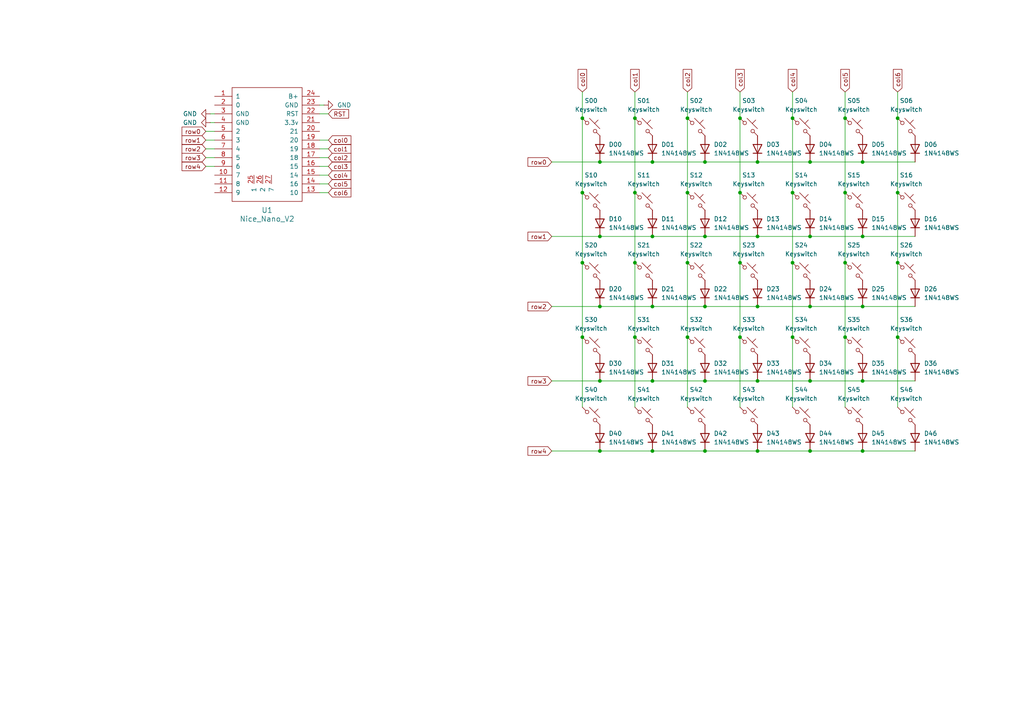
<source format=kicad_sch>
(kicad_sch (version 20231120) (generator "eeschema") (generator_version "8.0")
  (paper "A4")
  (lib_symbols
    (symbol "Diode:1N4148WS" (pin_numbers hide) (pin_names hide)
      (property "Reference" "D" (at 0 2.54 0))
      (property "Value" "1N4148WS" (at 0 -2.54 0))
      (symbol "1N4148WS_0_1"
        (polyline (pts (xy -1.27 1.27) (xy -1.27 -1.27)) (stroke (width 0.254)))
        (polyline (pts (xy 1.27 0) (xy -1.27 0)))
        (polyline (pts (xy 1.27 1.27) (xy 1.27 -1.27) (xy -1.27 0) (xy 1.27 1.27)) (stroke (width 0.254)))
      )
      (symbol "1N4148WS_1_1"
        (pin passive line (at -3.81 0 0) (length 2.54) (name "K") (number "1"))
        (pin passive line (at 3.81 0 180) (length 2.54) (name "A") (number "2"))
      )
    )
    (symbol "ScottoKeebs:MCU_Nice_Nano_V2" (pin_names (offset 1.016))
      (property "Reference" "U" (at 0 0 0))
      (property "Value" "Nice_Nano_V2" (at 0 -19.05 0))
      (symbol "MCU_Nice_Nano_V2_0_1"
        (rectangle (start -10.16 16.51) (end 10.16 -16.51))
      )
      (symbol "MCU_Nice_Nano_V2_1_1"
        (pin input line (at -15.24 13.97 0) (length 5.08) (name "1") (number "1"))
        (pin input line (at -15.24 -8.89 0) (length 5.08) (name "7") (number "10"))
        (pin input line (at -15.24 -11.43 0) (length 5.08) (name "8") (number "11"))
        (pin input line (at -15.24 -13.97 0) (length 5.08) (name "9") (number "12"))
        (pin input line (at 15.24 -13.97 180) (length 5.08) (name "10") (number "13"))
        (pin input line (at 15.24 -11.43 180) (length 5.08) (name "16") (number "14"))
        (pin input line (at 15.24 -8.89 180) (length 5.08) (name "14") (number "15"))
        (pin input line (at 15.24 -6.35 180) (length 5.08) (name "15") (number "16"))
        (pin input line (at 15.24 -3.81 180) (length 5.08) (name "18") (number "17"))
        (pin input line (at 15.24 -1.27 180) (length 5.08) (name "19") (number "18"))
        (pin input line (at 15.24 1.27 180) (length 5.08) (name "20") (number "19"))
        (pin input line (at -15.24 11.43 0) (length 5.08) (name "0") (number "2"))
        (pin input line (at 15.24 3.81 180) (length 5.08) (name "21") (number "20"))
        (pin input line (at 15.24 6.35 180) (length 5.08) (name "3.3v") (number "21"))
        (pin input line (at 15.24 8.89 180) (length 5.08) (name "RST") (number "22"))
        (pin input line (at 15.24 11.43 180) (length 5.08) (name "GND") (number "23"))
        (pin input line (at 15.24 13.97 180) (length 5.08) (name "B+") (number "24"))
        (pin input line (at -3.81 -8.89 270) (length 2.5) (name "1") (number "25"))
        (pin input line (at -1.27 -8.89 270) (length 2.5) (name "2") (number "26"))
        (pin input line (at 1.27 -8.89 270) (length 2.5) (name "7") (number "27"))
        (pin input line (at -15.24 8.89 0) (length 5.08) (name "GND") (number "3"))
        (pin input line (at -15.24 6.35 0) (length 5.08) (name "GND") (number "4"))
        (pin input line (at -15.24 3.81 0) (length 5.08) (name "2") (number "5"))
        (pin input line (at -15.24 1.27 0) (length 5.08) (name "3") (number "6"))
        (pin input line (at -15.24 -1.27 0) (length 5.08) (name "4") (number "7"))
        (pin input line (at -15.24 -3.81 0) (length 5.08) (name "5") (number "8"))
        (pin input line (at -15.24 -6.35 0) (length 5.08) (name "6") (number "9"))
      )
    )
    (symbol "ScottoKeebs:Placeholder_Keyswitch" (pin_numbers hide) (pin_names (offset 1.016) hide)
      (property "Reference" "S" (at 3.048 1.016 0))
      (property "Value" "Keyswitch" (at 0 -3.81 0))
      (symbol "Placeholder_Keyswitch_0_1"
        (circle (center -1.1684 1.1684) (radius 0.508))
        (polyline (pts (xy -0.508 2.54) (xy 2.54 -0.508)))
        (polyline (pts (xy 1.016 1.016) (xy 2.032 2.032)))
        (polyline (pts (xy -2.54 2.54) (xy -1.524 1.524) (xy -1.524 1.524)))
        (polyline (pts (xy 1.524 -1.524) (xy 2.54 -2.54) (xy 2.54 -2.54) (xy 2.54 -2.54)))
        (circle (center 1.143 -1.1938) (radius 0.508))
        (pin passive line (at -2.54 2.54 0) (length 0) (name "1") (number "1"))
        (pin passive line (at 2.54 -2.54 180) (length 0) (name "2") (number "2"))
      )
    )
    (symbol "power:GND1" (power) (pin_numbers hide) (pin_names (offset 0) hide)
      (property "Value" "GND1" (at 0 -3.81 0))
      (symbol "GND1_0_1"
        (polyline (pts (xy 0 0) (xy 0 -1.27) (xy 1.27 -1.27) (xy 0 -2.54) (xy -1.27 -1.27) (xy 0 -1.27)))
      )
      (symbol "GND1_1_1"
        (pin power_in line (at 0 0 270) (length 0) (name "~") (number "1"))
      )
    )
  )
  (junction (at 219.71 110.49))
  (junction (at 173.99 88.9))
  (junction (at 229.87 97.79))
  (junction (at 260.35 55.88))
  (junction (at 204.47 68.58))
  (junction (at 219.71 68.58))
  (junction (at 229.87 76.2))
  (junction (at 245.11 97.79))
  (junction (at 189.23 46.99))
  (junction (at 250.19 110.49))
  (junction (at 189.23 130.81))
  (junction (at 234.95 88.9))
  (junction (at 229.87 55.88))
  (junction (at 245.11 76.2))
  (junction (at 245.11 55.88))
  (junction (at 173.99 46.99))
  (junction (at 168.91 76.2))
  (junction (at 219.71 130.81))
  (junction (at 168.91 55.88))
  (junction (at 189.23 110.49))
  (junction (at 229.87 34.29))
  (junction (at 204.47 130.81))
  (junction (at 173.99 68.58))
  (junction (at 189.23 68.58))
  (junction (at 214.63 76.2))
  (junction (at 173.99 130.81))
  (junction (at 204.47 110.49))
  (junction (at 234.95 46.99))
  (junction (at 214.63 97.79))
  (junction (at 184.15 55.88))
  (junction (at 260.35 34.29))
  (junction (at 199.39 55.88))
  (junction (at 234.95 68.58))
  (junction (at 245.11 34.29))
  (junction (at 204.47 46.99))
  (junction (at 219.71 46.99))
  (junction (at 173.99 110.49))
  (junction (at 168.91 97.79))
  (junction (at 250.19 130.81))
  (junction (at 250.19 68.58))
  (junction (at 219.71 88.9))
  (junction (at 214.63 34.29))
  (junction (at 199.39 34.29))
  (junction (at 250.19 88.9))
  (junction (at 250.19 46.99))
  (junction (at 168.91 34.29))
  (junction (at 234.95 130.81))
  (junction (at 214.63 55.88))
  (junction (at 189.23 88.9))
  (junction (at 234.95 110.49))
  (junction (at 184.15 97.79))
  (junction (at 260.35 97.79))
  (junction (at 204.47 88.9))
  (junction (at 260.35 76.2))
  (junction (at 199.39 97.79))
  (junction (at 184.15 76.2))
  (junction (at 184.15 34.29))
  (junction (at 199.39 76.2))
  (wire (pts (xy 245.11 34.29) (xy 245.11 55.88)))
  (wire (pts (xy 260.35 55.88) (xy 260.35 76.2)))
  (wire (pts (xy 250.19 130.81) (xy 265.43 130.81)))
  (wire (pts (xy 95.25 45.72) (xy 92.71 45.72)))
  (wire (pts (xy 245.11 55.88) (xy 245.11 76.2)))
  (wire (pts (xy 184.15 34.29) (xy 184.15 55.88)))
  (wire (pts (xy 59.69 45.72) (xy 62.23 45.72)))
  (wire (pts (xy 250.19 110.49) (xy 265.43 110.49)))
  (wire (pts (xy 204.47 110.49) (xy 219.71 110.49)))
  (wire (pts (xy 229.87 26.67) (xy 229.87 34.29)))
  (wire (pts (xy 219.71 110.49) (xy 234.95 110.49)))
  (wire (pts (xy 199.39 34.29) (xy 199.39 55.88)))
  (wire (pts (xy 168.91 76.2) (xy 168.91 97.79)))
  (wire (pts (xy 189.23 88.9) (xy 204.47 88.9)))
  (wire (pts (xy 214.63 76.2) (xy 214.63 97.79)))
  (wire (pts (xy 168.91 97.79) (xy 168.91 118.11)))
  (wire (pts (xy 245.11 26.67) (xy 245.11 34.29)))
  (wire (pts (xy 184.15 97.79) (xy 184.15 118.11)))
  (wire (pts (xy 199.39 97.79) (xy 199.39 118.11)))
  (wire (pts (xy 229.87 34.29) (xy 229.87 55.88)))
  (wire (pts (xy 229.87 97.79) (xy 229.87 118.11)))
  (wire (pts (xy 160.02 68.58) (xy 173.99 68.58)))
  (wire (pts (xy 60.96 33.02) (xy 62.23 33.02)))
  (wire (pts (xy 260.35 34.29) (xy 260.35 55.88)))
  (wire (pts (xy 168.91 34.29) (xy 168.91 55.88)))
  (wire (pts (xy 59.69 48.26) (xy 62.23 48.26)))
  (wire (pts (xy 219.71 46.99) (xy 234.95 46.99)))
  (wire (pts (xy 93.98 30.48) (xy 92.71 30.48)))
  (wire (pts (xy 199.39 76.2) (xy 199.39 97.79)))
  (wire (pts (xy 204.47 130.81) (xy 219.71 130.81)))
  (wire (pts (xy 168.91 26.67) (xy 168.91 34.29)))
  (wire (pts (xy 59.69 40.64) (xy 62.23 40.64)))
  (wire (pts (xy 260.35 76.2) (xy 260.35 97.79)))
  (wire (pts (xy 95.25 48.26) (xy 92.71 48.26)))
  (wire (pts (xy 260.35 97.79) (xy 260.35 118.11)))
  (wire (pts (xy 250.19 68.58) (xy 265.43 68.58)))
  (wire (pts (xy 250.19 88.9) (xy 265.43 88.9)))
  (wire (pts (xy 229.87 55.88) (xy 229.87 76.2)))
  (wire (pts (xy 184.15 76.2) (xy 184.15 97.79)))
  (wire (pts (xy 219.71 68.58) (xy 234.95 68.58)))
  (wire (pts (xy 199.39 26.67) (xy 199.39 34.29)))
  (wire (pts (xy 95.25 43.18) (xy 92.71 43.18)))
  (wire (pts (xy 60.96 35.56) (xy 62.23 35.56)))
  (wire (pts (xy 173.99 88.9) (xy 189.23 88.9)))
  (wire (pts (xy 229.87 76.2) (xy 229.87 97.79)))
  (wire (pts (xy 219.71 130.81) (xy 234.95 130.81)))
  (wire (pts (xy 260.35 26.67) (xy 260.35 34.29)))
  (wire (pts (xy 219.71 88.9) (xy 234.95 88.9)))
  (wire (pts (xy 189.23 46.99) (xy 204.47 46.99)))
  (wire (pts (xy 59.69 43.18) (xy 62.23 43.18)))
  (wire (pts (xy 189.23 110.49) (xy 204.47 110.49)))
  (wire (pts (xy 173.99 110.49) (xy 189.23 110.49)))
  (wire (pts (xy 160.02 130.81) (xy 173.99 130.81)))
  (wire (pts (xy 160.02 46.99) (xy 173.99 46.99)))
  (wire (pts (xy 234.95 110.49) (xy 250.19 110.49)))
  (wire (pts (xy 204.47 46.99) (xy 219.71 46.99)))
  (wire (pts (xy 168.91 55.88) (xy 168.91 76.2)))
  (wire (pts (xy 95.25 50.8) (xy 92.71 50.8)))
  (wire (pts (xy 160.02 110.49) (xy 173.99 110.49)))
  (wire (pts (xy 204.47 68.58) (xy 219.71 68.58)))
  (wire (pts (xy 173.99 68.58) (xy 189.23 68.58)))
  (wire (pts (xy 189.23 68.58) (xy 204.47 68.58)))
  (wire (pts (xy 184.15 26.67) (xy 184.15 34.29)))
  (wire (pts (xy 59.69 38.1) (xy 62.23 38.1)))
  (wire (pts (xy 199.39 55.88) (xy 199.39 76.2)))
  (wire (pts (xy 250.19 46.99) (xy 265.43 46.99)))
  (wire (pts (xy 214.63 97.79) (xy 214.63 118.11)))
  (wire (pts (xy 184.15 55.88) (xy 184.15 76.2)))
  (wire (pts (xy 214.63 34.29) (xy 214.63 55.88)))
  (wire (pts (xy 214.63 55.88) (xy 214.63 76.2)))
  (wire (pts (xy 173.99 46.99) (xy 189.23 46.99)))
  (wire (pts (xy 234.95 68.58) (xy 250.19 68.58)))
  (wire (pts (xy 234.95 88.9) (xy 250.19 88.9)))
  (wire (pts (xy 95.25 33.02) (xy 92.71 33.02)))
  (wire (pts (xy 189.23 130.81) (xy 204.47 130.81)))
  (wire (pts (xy 245.11 97.79) (xy 245.11 118.11)))
  (wire (pts (xy 95.25 55.88) (xy 92.71 55.88)))
  (wire (pts (xy 95.25 53.34) (xy 92.71 53.34)))
  (wire (pts (xy 234.95 46.99) (xy 250.19 46.99)))
  (wire (pts (xy 214.63 26.67) (xy 214.63 34.29)))
  (wire (pts (xy 204.47 88.9) (xy 219.71 88.9)))
  (wire (pts (xy 234.95 130.81) (xy 250.19 130.81)))
  (wire (pts (xy 95.25 40.64) (xy 92.71 40.64)))
  (wire (pts (xy 160.02 88.9) (xy 173.99 88.9)))
  (wire (pts (xy 173.99 130.81) (xy 189.23 130.81)))
  (wire (pts (xy 245.11 76.2) (xy 245.11 97.79)))
  (global_label "col4" (shape input) (at 95.25 50.8 0) (property "Intersheetrefs" "${INTERSHEET_REFS}" (effects (hide yes))))
  (global_label "col2" (shape input) (at 199.39 26.67 90) (property "Intersheetrefs" "${INTERSHEET_REFS}" (effects (hide yes))))
  (global_label "col5" (shape input) (at 245.11 26.67 90) (property "Intersheetrefs" "${INTERSHEET_REFS}" (effects (hide yes))))
  (global_label "row4" (shape input) (at 59.69 48.26 180) (property "Intersheetrefs" "${INTERSHEET_REFS}" (effects (hide yes))))
  (global_label "col3" (shape input) (at 95.25 48.26 0) (property "Intersheetrefs" "${INTERSHEET_REFS}" (effects (hide yes))))
  (global_label "col2" (shape input) (at 95.25 45.72 0) (property "Intersheetrefs" "${INTERSHEET_REFS}" (effects (hide yes))))
  (global_label "col1" (shape input) (at 95.25 43.18 0) (property "Intersheetrefs" "${INTERSHEET_REFS}" (effects (hide yes))))
  (global_label "row1" (shape input) (at 160.02 68.58 180) (property "Intersheetrefs" "${INTERSHEET_REFS}" (effects (hide yes))))
  (global_label "col0" (shape input) (at 168.91 26.67 90) (property "Intersheetrefs" "${INTERSHEET_REFS}" (effects (hide yes))))
  (global_label "row0" (shape input) (at 59.69 38.1 180) (property "Intersheetrefs" "${INTERSHEET_REFS}" (effects (hide yes))))
  (global_label "col1" (shape input) (at 184.15 26.67 90) (property "Intersheetrefs" "${INTERSHEET_REFS}" (effects (hide yes))))
  (global_label "col6" (shape input) (at 260.35 26.67 90) (property "Intersheetrefs" "${INTERSHEET_REFS}" (effects (hide yes))))
  (global_label "row4" (shape input) (at 160.02 130.81 180) (property "Intersheetrefs" "${INTERSHEET_REFS}" (effects (hide yes))))
  (global_label "col6" (shape input) (at 95.25 55.88 0) (property "Intersheetrefs" "${INTERSHEET_REFS}" (effects (hide yes))))
  (global_label "row3" (shape input) (at 59.69 45.72 180) (property "Intersheetrefs" "${INTERSHEET_REFS}" (effects (hide yes))))
  (global_label "row3" (shape input) (at 160.02 110.49 180) (property "Intersheetrefs" "${INTERSHEET_REFS}" (effects (hide yes))))
  (global_label "row2" (shape input) (at 160.02 88.9 180) (property "Intersheetrefs" "${INTERSHEET_REFS}" (effects (hide yes))))
  (global_label "row0" (shape input) (at 160.02 46.99 180) (property "Intersheetrefs" "${INTERSHEET_REFS}" (effects (hide yes))))
  (global_label "row2" (shape input) (at 59.69 43.18 180) (property "Intersheetrefs" "${INTERSHEET_REFS}" (effects (hide yes))))
  (global_label "col3" (shape input) (at 214.63 26.67 90) (property "Intersheetrefs" "${INTERSHEET_REFS}" (effects (hide yes))))
  (global_label "col4" (shape input) (at 229.87 26.67 90) (property "Intersheetrefs" "${INTERSHEET_REFS}" (effects (hide yes))))
  (global_label "col0" (shape input) (at 95.25 40.64 0) (property "Intersheetrefs" "${INTERSHEET_REFS}" (effects (hide yes))))
  (global_label "col5" (shape input) (at 95.25 53.34 0) (property "Intersheetrefs" "${INTERSHEET_REFS}" (effects (hide yes))))
  (global_label "row1" (shape input) (at 59.69 40.64 180) (property "Intersheetrefs" "${INTERSHEET_REFS}" (effects (hide yes))))
  (global_label "RST" (shape input) (at 95.25 33.02 0) (property "Intersheetrefs" "${INTERSHEET_REFS}" (effects (hide yes))))
  (symbol (lib_id "Diode:1N4148WS") (at 234.95 43.18 90) (unit 1)
    (property "Reference" "D04" (at 237.49 41.9099 90) (effects (justify right)))
    (property "Value" "1N4148WS" (at 237.49 44.4499 90) (effects (justify right)))
    (property "Footprint" "Diode_SMD:D_SOD-323" (effects (hide yes)))
    (property "Datasheet" "https://www.vishay.com/docs/85751/1n4148ws.pdf" (effects (hide yes)))
    (property "Description" "75V 0.15A Fast switching Diode, SOD-323" (effects (hide yes)))
    (property "Sim.Device" "D" (effects (hide yes)))
    (property "Sim.Pins" "1=K 2=A" (effects (hide yes)))
  )
  (symbol (lib_id "ScottoKeebs:Placeholder_Keyswitch") (at 247.65 36.83 0) (unit 1)
    (property "Reference" "S05" (at 247.65 29.21 0))
    (property "Value" "Keyswitch" (at 247.65 31.75 0))
    (property "Description" "Push button switch, normally open, two pins, 45° tilted" (effects (hide yes)))
  )
  (symbol (lib_id "ScottoKeebs:Placeholder_Keyswitch") (at 201.93 100.33 0) (unit 1)
    (property "Reference" "S32" (at 201.93 92.71 0))
    (property "Value" "Keyswitch" (at 201.93 95.25 0))
    (property "Description" "Push button switch, normally open, two pins, 45° tilted" (effects (hide yes)))
  )
  (symbol (lib_id "Diode:1N4148WS") (at 234.95 127 90) (unit 1)
    (property "Reference" "D44" (at 237.49 125.7299 90) (effects (justify right)))
    (property "Value" "1N4148WS" (at 237.49 128.2699 90) (effects (justify right)))
    (property "Footprint" "Diode_SMD:D_SOD-323" (effects (hide yes)))
    (property "Datasheet" "https://www.vishay.com/docs/85751/1n4148ws.pdf" (effects (hide yes)))
    (property "Description" "75V 0.15A Fast switching Diode, SOD-323" (effects (hide yes)))
    (property "Sim.Device" "D" (effects (hide yes)))
    (property "Sim.Pins" "1=K 2=A" (effects (hide yes)))
  )
  (symbol (lib_id "Diode:1N4148WS") (at 173.99 64.77 90) (unit 1)
    (property "Reference" "D10" (at 176.53 63.4999 90) (effects (justify right)))
    (property "Value" "1N4148WS" (at 176.53 66.0399 90) (effects (justify right)))
    (property "Footprint" "Diode_SMD:D_SOD-323" (effects (hide yes)))
    (property "Datasheet" "https://www.vishay.com/docs/85751/1n4148ws.pdf" (effects (hide yes)))
    (property "Description" "75V 0.15A Fast switching Diode, SOD-323" (effects (hide yes)))
    (property "Sim.Device" "D" (effects (hide yes)))
    (property "Sim.Pins" "1=K 2=A" (effects (hide yes)))
  )
  (symbol (lib_id "ScottoKeebs:Placeholder_Keyswitch") (at 171.45 100.33 0) (unit 1)
    (property "Reference" "S30" (at 171.45 92.71 0))
    (property "Value" "Keyswitch" (at 171.45 95.25 0))
    (property "Description" "Push button switch, normally open, two pins, 45° tilted" (effects (hide yes)))
  )
  (symbol (lib_id "Diode:1N4148WS") (at 265.43 64.77 90) (unit 1)
    (property "Reference" "D16" (at 267.97 63.4999 90) (effects (justify right)))
    (property "Value" "1N4148WS" (at 267.97 66.0399 90) (effects (justify right)))
    (property "Footprint" "Diode_SMD:D_SOD-323" (effects (hide yes)))
    (property "Datasheet" "https://www.vishay.com/docs/85751/1n4148ws.pdf" (effects (hide yes)))
    (property "Description" "75V 0.15A Fast switching Diode, SOD-323" (effects (hide yes)))
    (property "Sim.Device" "D" (effects (hide yes)))
    (property "Sim.Pins" "1=K 2=A" (effects (hide yes)))
  )
  (symbol (lib_id "Diode:1N4148WS") (at 234.95 85.09 90) (unit 1)
    (property "Reference" "D24" (at 237.49 83.8199 90) (effects (justify right)))
    (property "Value" "1N4148WS" (at 237.49 86.3599 90) (effects (justify right)))
    (property "Footprint" "Diode_SMD:D_SOD-323" (effects (hide yes)))
    (property "Datasheet" "https://www.vishay.com/docs/85751/1n4148ws.pdf" (effects (hide yes)))
    (property "Description" "75V 0.15A Fast switching Diode, SOD-323" (effects (hide yes)))
    (property "Sim.Device" "D" (effects (hide yes)))
    (property "Sim.Pins" "1=K 2=A" (effects (hide yes)))
  )
  (symbol (lib_id "ScottoKeebs:Placeholder_Keyswitch") (at 232.41 78.74 0) (unit 1)
    (property "Reference" "S24" (at 232.41 71.12 0))
    (property "Value" "Keyswitch" (at 232.41 73.66 0))
    (property "Description" "Push button switch, normally open, two pins, 45° tilted" (effects (hide yes)))
  )
  (symbol (lib_id "Diode:1N4148WS") (at 250.19 43.18 90) (unit 1)
    (property "Reference" "D05" (at 252.73 41.9099 90) (effects (justify right)))
    (property "Value" "1N4148WS" (at 252.73 44.4499 90) (effects (justify right)))
    (property "Footprint" "Diode_SMD:D_SOD-323" (effects (hide yes)))
    (property "Datasheet" "https://www.vishay.com/docs/85751/1n4148ws.pdf" (effects (hide yes)))
    (property "Description" "75V 0.15A Fast switching Diode, SOD-323" (effects (hide yes)))
    (property "Sim.Device" "D" (effects (hide yes)))
    (property "Sim.Pins" "1=K 2=A" (effects (hide yes)))
  )
  (symbol (lib_id "ScottoKeebs:Placeholder_Keyswitch") (at 217.17 120.65 0) (unit 1)
    (property "Reference" "S43" (at 217.17 113.03 0))
    (property "Value" "Keyswitch" (at 217.17 115.57 0))
    (property "Description" "Push button switch, normally open, two pins, 45° tilted" (effects (hide yes)))
  )
  (symbol (lib_id "ScottoKeebs:Placeholder_Keyswitch") (at 201.93 58.42 0) (unit 1)
    (property "Reference" "S12" (at 201.93 50.8 0))
    (property "Value" "Keyswitch" (at 201.93 53.34 0))
    (property "Description" "Push button switch, normally open, two pins, 45° tilted" (effects (hide yes)))
  )
  (symbol (lib_id "Diode:1N4148WS") (at 204.47 127 90) (unit 1)
    (property "Reference" "D42" (at 207.01 125.7299 90) (effects (justify right)))
    (property "Value" "1N4148WS" (at 207.01 128.2699 90) (effects (justify right)))
    (property "Footprint" "Diode_SMD:D_SOD-323" (effects (hide yes)))
    (property "Datasheet" "https://www.vishay.com/docs/85751/1n4148ws.pdf" (effects (hide yes)))
    (property "Description" "75V 0.15A Fast switching Diode, SOD-323" (effects (hide yes)))
    (property "Sim.Device" "D" (effects (hide yes)))
    (property "Sim.Pins" "1=K 2=A" (effects (hide yes)))
  )
  (symbol (lib_id "power:GND1") (at 60.96 35.56 270) (unit 1)
    (property "Reference" "#PWR03" (effects (hide yes)))
    (property "Value" "GND" (at 57.15 35.5599 90) (effects (justify right)))
    (property "Description" "Power symbol creates a global label with name \"GND1\" , ground" (effects (hide yes)))
  )
  (symbol (lib_id "Diode:1N4148WS") (at 204.47 64.77 90) (unit 1)
    (property "Reference" "D12" (at 207.01 63.4999 90) (effects (justify right)))
    (property "Value" "1N4148WS" (at 207.01 66.0399 90) (effects (justify right)))
    (property "Footprint" "Diode_SMD:D_SOD-323" (effects (hide yes)))
    (property "Datasheet" "https://www.vishay.com/docs/85751/1n4148ws.pdf" (effects (hide yes)))
    (property "Description" "75V 0.15A Fast switching Diode, SOD-323" (effects (hide yes)))
    (property "Sim.Device" "D" (effects (hide yes)))
    (property "Sim.Pins" "1=K 2=A" (effects (hide yes)))
  )
  (symbol (lib_id "ScottoKeebs:Placeholder_Keyswitch") (at 186.69 100.33 0) (unit 1)
    (property "Reference" "S31" (at 186.69 92.71 0))
    (property "Value" "Keyswitch" (at 186.69 95.25 0))
    (property "Description" "Push button switch, normally open, two pins, 45° tilted" (effects (hide yes)))
  )
  (symbol (lib_id "Diode:1N4148WS") (at 219.71 64.77 90) (unit 1)
    (property "Reference" "D13" (at 222.25 63.4999 90) (effects (justify right)))
    (property "Value" "1N4148WS" (at 222.25 66.0399 90) (effects (justify right)))
    (property "Footprint" "Diode_SMD:D_SOD-323" (effects (hide yes)))
    (property "Datasheet" "https://www.vishay.com/docs/85751/1n4148ws.pdf" (effects (hide yes)))
    (property "Description" "75V 0.15A Fast switching Diode, SOD-323" (effects (hide yes)))
    (property "Sim.Device" "D" (effects (hide yes)))
    (property "Sim.Pins" "1=K 2=A" (effects (hide yes)))
  )
  (symbol (lib_id "ScottoKeebs:Placeholder_Keyswitch") (at 186.69 58.42 0) (unit 1)
    (property "Reference" "S11" (at 186.69 50.8 0))
    (property "Value" "Keyswitch" (at 186.69 53.34 0))
    (property "Description" "Push button switch, normally open, two pins, 45° tilted" (effects (hide yes)))
  )
  (symbol (lib_id "Diode:1N4148WS") (at 219.71 127 90) (unit 1)
    (property "Reference" "D43" (at 222.25 125.7299 90) (effects (justify right)))
    (property "Value" "1N4148WS" (at 222.25 128.2699 90) (effects (justify right)))
    (property "Footprint" "Diode_SMD:D_SOD-323" (effects (hide yes)))
    (property "Datasheet" "https://www.vishay.com/docs/85751/1n4148ws.pdf" (effects (hide yes)))
    (property "Description" "75V 0.15A Fast switching Diode, SOD-323" (effects (hide yes)))
    (property "Sim.Device" "D" (effects (hide yes)))
    (property "Sim.Pins" "1=K 2=A" (effects (hide yes)))
  )
  (symbol (lib_id "Diode:1N4148WS") (at 219.71 85.09 90) (unit 1)
    (property "Reference" "D23" (at 222.25 83.8199 90) (effects (justify right)))
    (property "Value" "1N4148WS" (at 222.25 86.3599 90) (effects (justify right)))
    (property "Footprint" "Diode_SMD:D_SOD-323" (effects (hide yes)))
    (property "Datasheet" "https://www.vishay.com/docs/85751/1n4148ws.pdf" (effects (hide yes)))
    (property "Description" "75V 0.15A Fast switching Diode, SOD-323" (effects (hide yes)))
    (property "Sim.Device" "D" (effects (hide yes)))
    (property "Sim.Pins" "1=K 2=A" (effects (hide yes)))
  )
  (symbol (lib_id "Diode:1N4148WS") (at 250.19 64.77 90) (unit 1)
    (property "Reference" "D15" (at 252.73 63.4999 90) (effects (justify right)))
    (property "Value" "1N4148WS" (at 252.73 66.0399 90) (effects (justify right)))
    (property "Footprint" "Diode_SMD:D_SOD-323" (effects (hide yes)))
    (property "Datasheet" "https://www.vishay.com/docs/85751/1n4148ws.pdf" (effects (hide yes)))
    (property "Description" "75V 0.15A Fast switching Diode, SOD-323" (effects (hide yes)))
    (property "Sim.Device" "D" (effects (hide yes)))
    (property "Sim.Pins" "1=K 2=A" (effects (hide yes)))
  )
  (symbol (lib_id "ScottoKeebs:Placeholder_Keyswitch") (at 262.89 120.65 0) (unit 1)
    (property "Reference" "S46" (at 262.89 113.03 0))
    (property "Value" "Keyswitch" (at 262.89 115.57 0))
    (property "Description" "Push button switch, normally open, two pins, 45° tilted" (effects (hide yes)))
  )
  (symbol (lib_id "ScottoKeebs:Placeholder_Keyswitch") (at 201.93 78.74 0) (unit 1)
    (property "Reference" "S22" (at 201.93 71.12 0))
    (property "Value" "Keyswitch" (at 201.93 73.66 0))
    (property "Description" "Push button switch, normally open, two pins, 45° tilted" (effects (hide yes)))
  )
  (symbol (lib_id "ScottoKeebs:Placeholder_Keyswitch") (at 186.69 120.65 0) (unit 1)
    (property "Reference" "S41" (at 186.69 113.03 0))
    (property "Value" "Keyswitch" (at 186.69 115.57 0))
    (property "Description" "Push button switch, normally open, two pins, 45° tilted" (effects (hide yes)))
  )
  (symbol (lib_id "ScottoKeebs:Placeholder_Keyswitch") (at 232.41 58.42 0) (unit 1)
    (property "Reference" "S14" (at 232.41 50.8 0))
    (property "Value" "Keyswitch" (at 232.41 53.34 0))
    (property "Description" "Push button switch, normally open, two pins, 45° tilted" (effects (hide yes)))
  )
  (symbol (lib_id "ScottoKeebs:Placeholder_Keyswitch") (at 247.65 100.33 0) (unit 1)
    (property "Reference" "S35" (at 247.65 92.71 0))
    (property "Value" "Keyswitch" (at 247.65 95.25 0))
    (property "Description" "Push button switch, normally open, two pins, 45° tilted" (effects (hide yes)))
  )
  (symbol (lib_id "ScottoKeebs:Placeholder_Keyswitch") (at 247.65 120.65 0) (unit 1)
    (property "Reference" "S45" (at 247.65 113.03 0))
    (property "Value" "Keyswitch" (at 247.65 115.57 0))
    (property "Description" "Push button switch, normally open, two pins, 45° tilted" (effects (hide yes)))
  )
  (symbol (lib_id "ScottoKeebs:Placeholder_Keyswitch") (at 217.17 100.33 0) (unit 1)
    (property "Reference" "S33" (at 217.17 92.71 0))
    (property "Value" "Keyswitch" (at 217.17 95.25 0))
    (property "Description" "Push button switch, normally open, two pins, 45° tilted" (effects (hide yes)))
  )
  (symbol (lib_id "Diode:1N4148WS") (at 265.43 43.18 90) (unit 1)
    (property "Reference" "D06" (at 267.97 41.9099 90) (effects (justify right)))
    (property "Value" "1N4148WS" (at 267.97 44.4499 90) (effects (justify right)))
    (property "Footprint" "Diode_SMD:D_SOD-323" (effects (hide yes)))
    (property "Datasheet" "https://www.vishay.com/docs/85751/1n4148ws.pdf" (effects (hide yes)))
    (property "Description" "75V 0.15A Fast switching Diode, SOD-323" (effects (hide yes)))
    (property "Sim.Device" "D" (effects (hide yes)))
    (property "Sim.Pins" "1=K 2=A" (effects (hide yes)))
  )
  (symbol (lib_id "ScottoKeebs:Placeholder_Keyswitch") (at 171.45 120.65 0) (unit 1)
    (property "Reference" "S40" (at 171.45 113.03 0))
    (property "Value" "Keyswitch" (at 171.45 115.57 0))
    (property "Description" "Push button switch, normally open, two pins, 45° tilted" (effects (hide yes)))
  )
  (symbol (lib_id "Diode:1N4148WS") (at 204.47 85.09 90) (unit 1)
    (property "Reference" "D22" (at 207.01 83.8199 90) (effects (justify right)))
    (property "Value" "1N4148WS" (at 207.01 86.3599 90) (effects (justify right)))
    (property "Footprint" "Diode_SMD:D_SOD-323" (effects (hide yes)))
    (property "Datasheet" "https://www.vishay.com/docs/85751/1n4148ws.pdf" (effects (hide yes)))
    (property "Description" "75V 0.15A Fast switching Diode, SOD-323" (effects (hide yes)))
    (property "Sim.Device" "D" (effects (hide yes)))
    (property "Sim.Pins" "1=K 2=A" (effects (hide yes)))
  )
  (symbol (lib_id "Diode:1N4148WS") (at 173.99 85.09 90) (unit 1)
    (property "Reference" "D20" (at 176.53 83.8199 90) (effects (justify right)))
    (property "Value" "1N4148WS" (at 176.53 86.3599 90) (effects (justify right)))
    (property "Footprint" "Diode_SMD:D_SOD-323" (effects (hide yes)))
    (property "Datasheet" "https://www.vishay.com/docs/85751/1n4148ws.pdf" (effects (hide yes)))
    (property "Description" "75V 0.15A Fast switching Diode, SOD-323" (effects (hide yes)))
    (property "Sim.Device" "D" (effects (hide yes)))
    (property "Sim.Pins" "1=K 2=A" (effects (hide yes)))
  )
  (symbol (lib_id "ScottoKeebs:Placeholder_Keyswitch") (at 232.41 100.33 0) (unit 1)
    (property "Reference" "S34" (at 232.41 92.71 0))
    (property "Value" "Keyswitch" (at 232.41 95.25 0))
    (property "Description" "Push button switch, normally open, two pins, 45° tilted" (effects (hide yes)))
  )
  (symbol (lib_id "Diode:1N4148WS") (at 204.47 106.68 90) (unit 1)
    (property "Reference" "D32" (at 207.01 105.4099 90) (effects (justify right)))
    (property "Value" "1N4148WS" (at 207.01 107.9499 90) (effects (justify right)))
    (property "Footprint" "Diode_SMD:D_SOD-323" (effects (hide yes)))
    (property "Datasheet" "https://www.vishay.com/docs/85751/1n4148ws.pdf" (effects (hide yes)))
    (property "Description" "75V 0.15A Fast switching Diode, SOD-323" (effects (hide yes)))
    (property "Sim.Device" "D" (effects (hide yes)))
    (property "Sim.Pins" "1=K 2=A" (effects (hide yes)))
  )
  (symbol (lib_id "ScottoKeebs:Placeholder_Keyswitch") (at 262.89 58.42 0) (unit 1)
    (property "Reference" "S16" (at 262.89 50.8 0))
    (property "Value" "Keyswitch" (at 262.89 53.34 0))
    (property "Description" "Push button switch, normally open, two pins, 45° tilted" (effects (hide yes)))
  )
  (symbol (lib_id "Diode:1N4148WS") (at 250.19 85.09 90) (unit 1)
    (property "Reference" "D25" (at 252.73 83.8199 90) (effects (justify right)))
    (property "Value" "1N4148WS" (at 252.73 86.3599 90) (effects (justify right)))
    (property "Footprint" "Diode_SMD:D_SOD-323" (effects (hide yes)))
    (property "Datasheet" "https://www.vishay.com/docs/85751/1n4148ws.pdf" (effects (hide yes)))
    (property "Description" "75V 0.15A Fast switching Diode, SOD-323" (effects (hide yes)))
    (property "Sim.Device" "D" (effects (hide yes)))
    (property "Sim.Pins" "1=K 2=A" (effects (hide yes)))
  )
  (symbol (lib_id "ScottoKeebs:Placeholder_Keyswitch") (at 232.41 120.65 0) (unit 1)
    (property "Reference" "S44" (at 232.41 113.03 0))
    (property "Value" "Keyswitch" (at 232.41 115.57 0))
    (property "Description" "Push button switch, normally open, two pins, 45° tilted" (effects (hide yes)))
  )
  (symbol (lib_id "Diode:1N4148WS") (at 189.23 106.68 90) (unit 1)
    (property "Reference" "D31" (at 191.77 105.4099 90) (effects (justify right)))
    (property "Value" "1N4148WS" (at 191.77 107.9499 90) (effects (justify right)))
    (property "Footprint" "Diode_SMD:D_SOD-323" (effects (hide yes)))
    (property "Datasheet" "https://www.vishay.com/docs/85751/1n4148ws.pdf" (effects (hide yes)))
    (property "Description" "75V 0.15A Fast switching Diode, SOD-323" (effects (hide yes)))
    (property "Sim.Device" "D" (effects (hide yes)))
    (property "Sim.Pins" "1=K 2=A" (effects (hide yes)))
  )
  (symbol (lib_id "ScottoKeebs:Placeholder_Keyswitch") (at 262.89 100.33 0) (unit 1)
    (property "Reference" "S36" (at 262.89 92.71 0))
    (property "Value" "Keyswitch" (at 262.89 95.25 0))
    (property "Description" "Push button switch, normally open, two pins, 45° tilted" (effects (hide yes)))
  )
  (symbol (lib_id "ScottoKeebs:Placeholder_Keyswitch") (at 262.89 78.74 0) (unit 1)
    (property "Reference" "S26" (at 262.89 71.12 0))
    (property "Value" "Keyswitch" (at 262.89 73.66 0))
    (property "Description" "Push button switch, normally open, two pins, 45° tilted" (effects (hide yes)))
  )
  (symbol (lib_id "ScottoKeebs:Placeholder_Keyswitch") (at 247.65 78.74 0) (unit 1)
    (property "Reference" "S25" (at 247.65 71.12 0))
    (property "Value" "Keyswitch" (at 247.65 73.66 0))
    (property "Description" "Push button switch, normally open, two pins, 45° tilted" (effects (hide yes)))
  )
  (symbol (lib_id "ScottoKeebs:Placeholder_Keyswitch") (at 171.45 78.74 0) (unit 1)
    (property "Reference" "S20" (at 171.45 71.12 0))
    (property "Value" "Keyswitch" (at 171.45 73.66 0))
    (property "Description" "Push button switch, normally open, two pins, 45° tilted" (effects (hide yes)))
  )
  (symbol (lib_id "Diode:1N4148WS") (at 265.43 106.68 90) (unit 1)
    (property "Reference" "D36" (at 267.97 105.4099 90) (effects (justify right)))
    (property "Value" "1N4148WS" (at 267.97 107.9499 90) (effects (justify right)))
    (property "Footprint" "Diode_SMD:D_SOD-323" (effects (hide yes)))
    (property "Datasheet" "https://www.vishay.com/docs/85751/1n4148ws.pdf" (effects (hide yes)))
    (property "Description" "75V 0.15A Fast switching Diode, SOD-323" (effects (hide yes)))
    (property "Sim.Device" "D" (effects (hide yes)))
    (property "Sim.Pins" "1=K 2=A" (effects (hide yes)))
  )
  (symbol (lib_id "Diode:1N4148WS") (at 219.71 106.68 90) (unit 1)
    (property "Reference" "D33" (at 222.25 105.4099 90) (effects (justify right)))
    (property "Value" "1N4148WS" (at 222.25 107.9499 90) (effects (justify right)))
    (property "Footprint" "Diode_SMD:D_SOD-323" (effects (hide yes)))
    (property "Datasheet" "https://www.vishay.com/docs/85751/1n4148ws.pdf" (effects (hide yes)))
    (property "Description" "75V 0.15A Fast switching Diode, SOD-323" (effects (hide yes)))
    (property "Sim.Device" "D" (effects (hide yes)))
    (property "Sim.Pins" "1=K 2=A" (effects (hide yes)))
  )
  (symbol (lib_id "ScottoKeebs:MCU_Nice_Nano_V2") (at 77.47 41.91 0) (unit 1)
    (property "Reference" "U1" (at 77.47 60.96 0) (effects (font (size 1.524 1.524))))
    (property "Value" "Nice_Nano_V2" (at 77.47 63.5 0) (effects (font (size 1.524 1.524))))
    (property "Footprint" "ScottoKeebs_MCU:Nice_Nano_V2" (effects (hide yes)))
  )
  (symbol (lib_id "Diode:1N4148WS") (at 189.23 43.18 90) (unit 1)
    (property "Reference" "D01" (at 191.77 41.9099 90) (effects (justify right)))
    (property "Value" "1N4148WS" (at 191.77 44.4499 90) (effects (justify right)))
    (property "Footprint" "Diode_SMD:D_SOD-323" (effects (hide yes)))
    (property "Datasheet" "https://www.vishay.com/docs/85751/1n4148ws.pdf" (effects (hide yes)))
    (property "Description" "75V 0.15A Fast switching Diode, SOD-323" (effects (hide yes)))
    (property "Sim.Device" "D" (effects (hide yes)))
    (property "Sim.Pins" "1=K 2=A" (effects (hide yes)))
  )
  (symbol (lib_id "ScottoKeebs:Placeholder_Keyswitch") (at 171.45 36.83 0) (unit 1)
    (property "Reference" "S00" (at 171.45 29.21 0))
    (property "Value" "Keyswitch" (at 171.45 31.75 0))
    (property "Description" "Push button switch, normally open, two pins, 45° tilted" (effects (hide yes)))
  )
  (symbol (lib_id "Diode:1N4148WS") (at 173.99 43.18 90) (unit 1)
    (property "Reference" "D00" (at 176.53 41.9099 90) (effects (justify right)))
    (property "Value" "1N4148WS" (at 176.53 44.4499 90) (effects (justify right)))
    (property "Footprint" "Diode_SMD:D_SOD-323" (effects (hide yes)))
    (property "Datasheet" "https://www.vishay.com/docs/85751/1n4148ws.pdf" (effects (hide yes)))
    (property "Description" "75V 0.15A Fast switching Diode, SOD-323" (effects (hide yes)))
    (property "Sim.Device" "D" (effects (hide yes)))
    (property "Sim.Pins" "1=K 2=A" (effects (hide yes)))
  )
  (symbol (lib_id "ScottoKeebs:Placeholder_Keyswitch") (at 201.93 36.83 0) (unit 1)
    (property "Reference" "S02" (at 201.93 29.21 0))
    (property "Value" "Keyswitch" (at 201.93 31.75 0))
    (property "Description" "Push button switch, normally open, two pins, 45° tilted" (effects (hide yes)))
  )
  (symbol (lib_id "ScottoKeebs:Placeholder_Keyswitch") (at 186.69 36.83 0) (unit 1)
    (property "Reference" "S01" (at 186.69 29.21 0))
    (property "Value" "Keyswitch" (at 186.69 31.75 0))
    (property "Description" "Push button switch, normally open, two pins, 45° tilted" (effects (hide yes)))
  )
  (symbol (lib_id "ScottoKeebs:Placeholder_Keyswitch") (at 171.45 58.42 0) (unit 1)
    (property "Reference" "S10" (at 171.45 50.8 0))
    (property "Value" "Keyswitch" (at 171.45 53.34 0))
    (property "Description" "Push button switch, normally open, two pins, 45° tilted" (effects (hide yes)))
  )
  (symbol (lib_id "ScottoKeebs:Placeholder_Keyswitch") (at 186.69 78.74 0) (unit 1)
    (property "Reference" "S21" (at 186.69 71.12 0))
    (property "Value" "Keyswitch" (at 186.69 73.66 0))
    (property "Description" "Push button switch, normally open, two pins, 45° tilted" (effects (hide yes)))
  )
  (symbol (lib_id "power:GND1") (at 60.96 33.02 270) (unit 1)
    (property "Reference" "#PWR02" (effects (hide yes)))
    (property "Value" "GND" (at 57.15 33.0199 90) (effects (justify right)))
    (property "Description" "Power symbol creates a global label with name \"GND1\" , ground" (effects (hide yes)))
  )
  (symbol (lib_id "ScottoKeebs:Placeholder_Keyswitch") (at 217.17 36.83 0) (unit 1)
    (property "Reference" "S03" (at 217.17 29.21 0))
    (property "Value" "Keyswitch" (at 217.17 31.75 0))
    (property "Description" "Push button switch, normally open, two pins, 45° tilted" (effects (hide yes)))
  )
  (symbol (lib_id "Diode:1N4148WS") (at 189.23 85.09 90) (unit 1)
    (property "Reference" "D21" (at 191.77 83.8199 90) (effects (justify right)))
    (property "Value" "1N4148WS" (at 191.77 86.3599 90) (effects (justify right)))
    (property "Footprint" "Diode_SMD:D_SOD-323" (effects (hide yes)))
    (property "Datasheet" "https://www.vishay.com/docs/85751/1n4148ws.pdf" (effects (hide yes)))
    (property "Description" "75V 0.15A Fast switching Diode, SOD-323" (effects (hide yes)))
    (property "Sim.Device" "D" (effects (hide yes)))
    (property "Sim.Pins" "1=K 2=A" (effects (hide yes)))
  )
  (symbol (lib_id "Diode:1N4148WS") (at 250.19 127 90) (unit 1)
    (property "Reference" "D45" (at 252.73 125.7299 90) (effects (justify right)))
    (property "Value" "1N4148WS" (at 252.73 128.2699 90) (effects (justify right)))
    (property "Footprint" "Diode_SMD:D_SOD-323" (effects (hide yes)))
    (property "Datasheet" "https://www.vishay.com/docs/85751/1n4148ws.pdf" (effects (hide yes)))
    (property "Description" "75V 0.15A Fast switching Diode, SOD-323" (effects (hide yes)))
    (property "Sim.Device" "D" (effects (hide yes)))
    (property "Sim.Pins" "1=K 2=A" (effects (hide yes)))
  )
  (symbol (lib_id "ScottoKeebs:Placeholder_Keyswitch") (at 201.93 120.65 0) (unit 1)
    (property "Reference" "S42" (at 201.93 113.03 0))
    (property "Value" "Keyswitch" (at 201.93 115.57 0))
    (property "Description" "Push button switch, normally open, two pins, 45° tilted" (effects (hide yes)))
  )
  (symbol (lib_id "Diode:1N4148WS") (at 234.95 106.68 90) (unit 1)
    (property "Reference" "D34" (at 237.49 105.4099 90) (effects (justify right)))
    (property "Value" "1N4148WS" (at 237.49 107.9499 90) (effects (justify right)))
    (property "Footprint" "Diode_SMD:D_SOD-323" (effects (hide yes)))
    (property "Datasheet" "https://www.vishay.com/docs/85751/1n4148ws.pdf" (effects (hide yes)))
    (property "Description" "75V 0.15A Fast switching Diode, SOD-323" (effects (hide yes)))
    (property "Sim.Device" "D" (effects (hide yes)))
    (property "Sim.Pins" "1=K 2=A" (effects (hide yes)))
  )
  (symbol (lib_id "ScottoKeebs:Placeholder_Keyswitch") (at 217.17 78.74 0) (unit 1)
    (property "Reference" "S23" (at 217.17 71.12 0))
    (property "Value" "Keyswitch" (at 217.17 73.66 0))
    (property "Description" "Push button switch, normally open, two pins, 45° tilted" (effects (hide yes)))
  )
  (symbol (lib_id "Diode:1N4148WS") (at 250.19 106.68 90) (unit 1)
    (property "Reference" "D35" (at 252.73 105.4099 90) (effects (justify right)))
    (property "Value" "1N4148WS" (at 252.73 107.9499 90) (effects (justify right)))
    (property "Footprint" "Diode_SMD:D_SOD-323" (effects (hide yes)))
    (property "Datasheet" "https://www.vishay.com/docs/85751/1n4148ws.pdf" (effects (hide yes)))
    (property "Description" "75V 0.15A Fast switching Diode, SOD-323" (effects (hide yes)))
    (property "Sim.Device" "D" (effects (hide yes)))
    (property "Sim.Pins" "1=K 2=A" (effects (hide yes)))
  )
  (symbol (lib_id "ScottoKeebs:Placeholder_Keyswitch") (at 217.17 58.42 0) (unit 1)
    (property "Reference" "S13" (at 217.17 50.8 0))
    (property "Value" "Keyswitch" (at 217.17 53.34 0))
    (property "Description" "Push button switch, normally open, two pins, 45° tilted" (effects (hide yes)))
  )
  (symbol (lib_id "Diode:1N4148WS") (at 173.99 106.68 90) (unit 1)
    (property "Reference" "D30" (at 176.53 105.4099 90) (effects (justify right)))
    (property "Value" "1N4148WS" (at 176.53 107.9499 90) (effects (justify right)))
    (property "Footprint" "Diode_SMD:D_SOD-323" (effects (hide yes)))
    (property "Datasheet" "https://www.vishay.com/docs/85751/1n4148ws.pdf" (effects (hide yes)))
    (property "Description" "75V 0.15A Fast switching Diode, SOD-323" (effects (hide yes)))
    (property "Sim.Device" "D" (effects (hide yes)))
    (property "Sim.Pins" "1=K 2=A" (effects (hide yes)))
  )
  (symbol (lib_id "Diode:1N4148WS") (at 234.95 64.77 90) (unit 1)
    (property "Reference" "D14" (at 237.49 63.4999 90) (effects (justify right)))
    (property "Value" "1N4148WS" (at 237.49 66.0399 90) (effects (justify right)))
    (property "Footprint" "Diode_SMD:D_SOD-323" (effects (hide yes)))
    (property "Datasheet" "https://www.vishay.com/docs/85751/1n4148ws.pdf" (effects (hide yes)))
    (property "Description" "75V 0.15A Fast switching Diode, SOD-323" (effects (hide yes)))
    (property "Sim.Device" "D" (effects (hide yes)))
    (property "Sim.Pins" "1=K 2=A" (effects (hide yes)))
  )
  (symbol (lib_id "Diode:1N4148WS") (at 265.43 127 90) (unit 1)
    (property "Reference" "D46" (at 267.97 125.7299 90) (effects (justify right)))
    (property "Value" "1N4148WS" (at 267.97 128.2699 90) (effects (justify right)))
    (property "Footprint" "Diode_SMD:D_SOD-323" (effects (hide yes)))
    (property "Datasheet" "https://www.vishay.com/docs/85751/1n4148ws.pdf" (effects (hide yes)))
    (property "Description" "75V 0.15A Fast switching Diode, SOD-323" (effects (hide yes)))
    (property "Sim.Device" "D" (effects (hide yes)))
    (property "Sim.Pins" "1=K 2=A" (effects (hide yes)))
  )
  (symbol (lib_id "Diode:1N4148WS") (at 189.23 127 90) (unit 1)
    (property "Reference" "D41" (at 191.77 125.7299 90) (effects (justify right)))
    (property "Value" "1N4148WS" (at 191.77 128.2699 90) (effects (justify right)))
    (property "Footprint" "Diode_SMD:D_SOD-323" (effects (hide yes)))
    (property "Datasheet" "https://www.vishay.com/docs/85751/1n4148ws.pdf" (effects (hide yes)))
    (property "Description" "75V 0.15A Fast switching Diode, SOD-323" (effects (hide yes)))
    (property "Sim.Device" "D" (effects (hide yes)))
    (property "Sim.Pins" "1=K 2=A" (effects (hide yes)))
  )
  (symbol (lib_id "ScottoKeebs:Placeholder_Keyswitch") (at 262.89 36.83 0) (unit 1)
    (property "Reference" "S06" (at 262.89 29.21 0))
    (property "Value" "Keyswitch" (at 262.89 31.75 0))
    (property "Description" "Push button switch, normally open, two pins, 45° tilted" (effects (hide yes)))
  )
  (symbol (lib_id "Diode:1N4148WS") (at 173.99 127 90) (unit 1)
    (property "Reference" "D40" (at 176.53 125.7299 90) (effects (justify right)))
    (property "Value" "1N4148WS" (at 176.53 128.2699 90) (effects (justify right)))
    (property "Footprint" "Diode_SMD:D_SOD-323" (effects (hide yes)))
    (property "Datasheet" "https://www.vishay.com/docs/85751/1n4148ws.pdf" (effects (hide yes)))
    (property "Description" "75V 0.15A Fast switching Diode, SOD-323" (effects (hide yes)))
    (property "Sim.Device" "D" (effects (hide yes)))
    (property "Sim.Pins" "1=K 2=A" (effects (hide yes)))
  )
  (symbol (lib_id "Diode:1N4148WS") (at 204.47 43.18 90) (unit 1)
    (property "Reference" "D02" (at 207.01 41.9099 90) (effects (justify right)))
    (property "Value" "1N4148WS" (at 207.01 44.4499 90) (effects (justify right)))
    (property "Footprint" "Diode_SMD:D_SOD-323" (effects (hide yes)))
    (property "Datasheet" "https://www.vishay.com/docs/85751/1n4148ws.pdf" (effects (hide yes)))
    (property "Description" "75V 0.15A Fast switching Diode, SOD-323" (effects (hide yes)))
    (property "Sim.Device" "D" (effects (hide yes)))
    (property "Sim.Pins" "1=K 2=A" (effects (hide yes)))
  )
  (symbol (lib_id "ScottoKeebs:Placeholder_Keyswitch") (at 247.65 58.42 0) (unit 1)
    (property "Reference" "S15" (at 247.65 50.8 0))
    (property "Value" "Keyswitch" (at 247.65 53.34 0))
    (property "Description" "Push button switch, normally open, two pins, 45° tilted" (effects (hide yes)))
  )
  (symbol (lib_id "Diode:1N4148WS") (at 189.23 64.77 90) (unit 1)
    (property "Reference" "D11" (at 191.77 63.4999 90) (effects (justify right)))
    (property "Value" "1N4148WS" (at 191.77 66.0399 90) (effects (justify right)))
    (property "Footprint" "Diode_SMD:D_SOD-323" (effects (hide yes)))
    (property "Datasheet" "https://www.vishay.com/docs/85751/1n4148ws.pdf" (effects (hide yes)))
    (property "Description" "75V 0.15A Fast switching Diode, SOD-323" (effects (hide yes)))
    (property "Sim.Device" "D" (effects (hide yes)))
    (property "Sim.Pins" "1=K 2=A" (effects (hide yes)))
  )
  (symbol (lib_id "ScottoKeebs:Placeholder_Keyswitch") (at 232.41 36.83 0) (unit 1)
    (property "Reference" "S04" (at 232.41 29.21 0))
    (property "Value" "Keyswitch" (at 232.41 31.75 0))
    (property "Description" "Push button switch, normally open, two pins, 45° tilted" (effects (hide yes)))
  )
  (symbol (lib_id "Diode:1N4148WS") (at 265.43 85.09 90) (unit 1)
    (property "Reference" "D26" (at 267.97 83.8199 90) (effects (justify right)))
    (property "Value" "1N4148WS" (at 267.97 86.3599 90) (effects (justify right)))
    (property "Footprint" "Diode_SMD:D_SOD-323" (effects (hide yes)))
    (property "Datasheet" "https://www.vishay.com/docs/85751/1n4148ws.pdf" (effects (hide yes)))
    (property "Description" "75V 0.15A Fast switching Diode, SOD-323" (effects (hide yes)))
    (property "Sim.Device" "D" (effects (hide yes)))
    (property "Sim.Pins" "1=K 2=A" (effects (hide yes)))
  )
  (symbol (lib_id "Diode:1N4148WS") (at 219.71 43.18 90) (unit 1)
    (property "Reference" "D03" (at 222.25 41.9099 90) (effects (justify right)))
    (property "Value" "1N4148WS" (at 222.25 44.4499 90) (effects (justify right)))
    (property "Footprint" "Diode_SMD:D_SOD-323" (effects (hide yes)))
    (property "Datasheet" "https://www.vishay.com/docs/85751/1n4148ws.pdf" (effects (hide yes)))
    (property "Description" "75V 0.15A Fast switching Diode, SOD-323" (effects (hide yes)))
    (property "Sim.Device" "D" (effects (hide yes)))
    (property "Sim.Pins" "1=K 2=A" (effects (hide yes)))
  )
  (symbol (lib_id "power:GND1") (at 93.98 30.48 90) (unit 1)
    (property "Reference" "#PWR01" (effects (hide yes)))
    (property "Value" "GND" (at 97.79 30.4799 90) (effects (justify right)))
    (property "Description" "Power symbol creates a global label with name \"GND1\" , ground" (effects (hide yes)))
  )
)
</source>
